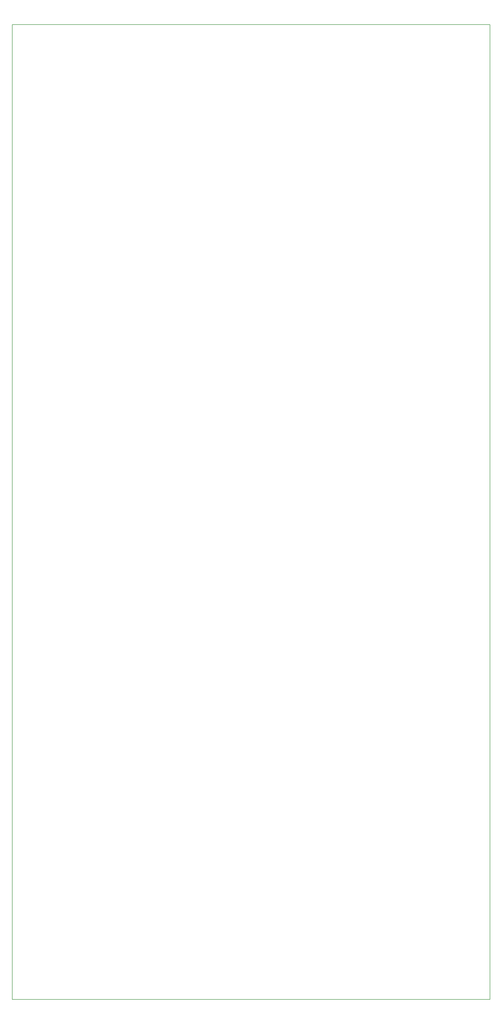
<source format=gbr>
G04 DipTrace 3.3.0.1*
G04 BoardOutline.gbr*
%MOMM*%
G04 #@! TF.FileFunction,Profile*
G04 #@! TF.Part,Single*
%ADD11C,0.14*%
%FSLAX35Y35*%
G04*
G71*
G90*
G75*
G01*
G04 BoardOutline*
%LPD*%
X1000000Y1000000D2*
D11*
X18145000D1*
Y35925000D1*
X1000000D1*
Y1000000D1*
M02*

</source>
